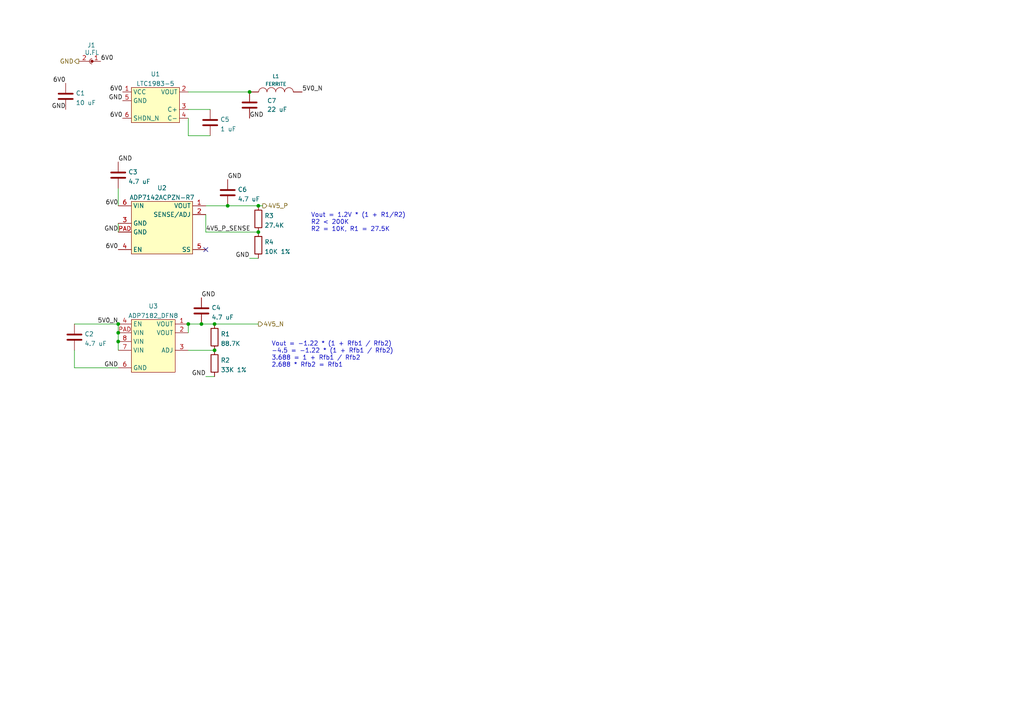
<source format=kicad_sch>
(kicad_sch (version 20211123) (generator eeschema)
  (paper "A4")
  (lib_symbols
    (symbol "device:C" (pin_numbers hide) (pin_names (offset 0.254))
      (property "Reference" "C" (at 0.635 2.54 0))
      (property "Value" "C" (at 0.635 -2.54 0))
      (symbol "C_0_1"
        (polyline (pts (xy -2.032 -0.762) (xy 2.032 -0.762)) (stroke (width 0.508)))
        (polyline (pts (xy -2.032 0.762) (xy 2.032 0.762)) (stroke (width 0.508)))
      )
      (symbol "C_1_1"
        (pin passive line (at 0 3.81 270) (length 2.794) (name "~") (number "1"))
        (pin passive line (at 0 -3.81 90) (length 2.794) (name "~") (number "2"))
      )
    )
    (symbol "device:R" (pin_numbers hide) (pin_names (offset 0))
      (property "Reference" "R" (at 2.032 0 90))
      (property "Value" "R" (at 0 0 90))
      (symbol "R_0_1"
        (rectangle (start -1.016 -2.54) (end 1.016 2.54) (stroke (width 0.254)))
      )
      (symbol "R_1_1"
        (pin passive line (at 0 3.81 270) (length 1.27) (name "~") (number "1"))
        (pin passive line (at 0 -3.81 90) (length 1.27) (name "~") (number "2"))
      )
    )
    (symbol "passive-azonenberg:INDUCTOR_PWROUT" (pin_numbers hide) (pin_names (offset 1.016) hide)
      (property "Reference" "L" (at -1.27 0 90))
      (property "Value" "INDUCTOR_PWROUT" (at 2.54 0 90))
      (symbol "INDUCTOR_PWROUT_0_1"
        (arc (start 0.0254 -5.0546) (mid 1.245 -3.7973) (end 0.0254 -2.54))
        (arc (start 0.0254 -2.5146) (mid 1.2704 -1.2319) (end 0.0254 0.0508))
        (arc (start 0.0254 0.0254) (mid 1.2704 1.3081) (end 0.0254 2.5908))
        (arc (start 0.0254 2.5654) (mid 1.1942 3.7719) (end 0.0254 4.9784))
      )
      (symbol "INDUCTOR_PWROUT_1_1"
        (pin power_out line (at 0 7.62 270) (length 2.54) (name "1") (number "1"))
        (pin passive line (at 0 -7.62 90) (length 2.54) (name "2") (number "2"))
      )
    )
    (symbol "power-azonenberg:ADP7142_DFN6"
      (property "Reference" "U" (at 0 -5.08 0))
      (property "Value" "ADP7142_DFN6" (at 0 -2.54 0))
      (symbol "ADP7142_DFN6_0_1"
        (rectangle (start 0 15.24) (end 17.78 0) (stroke (width 0.1524)) (fill (type background)))
      )
      (symbol "ADP7142_DFN6_1_1"
        (pin power_out line (at 21.59 13.97 180) (length 3.81) (name "VOUT") (number "1"))
        (pin input line (at 21.59 11.43 180) (length 3.81) (name "SENSE/ADJ") (number "2"))
        (pin power_in line (at -3.81 8.89 0) (length 3.81) (name "GND") (number "3"))
        (pin input line (at -3.81 1.27 0) (length 3.81) (name "EN") (number "4"))
        (pin passive line (at 21.59 1.27 180) (length 3.81) (name "SS") (number "5"))
        (pin power_in line (at -3.81 13.97 0) (length 3.81) (name "VIN") (number "6"))
        (pin power_in line (at -3.81 6.35 0) (length 3.81) (name "GND") (number "PAD"))
      )
    )
    (symbol "power-azonenberg:ADP7182_DFN8"
      (property "Reference" "U" (at 0 -1.27 0))
      (property "Value" "ADP7182_DFN8" (at 0 -3.81 0))
      (symbol "ADP7182_DFN8_0_1"
        (rectangle (start 0 15.24) (end 12.7 0) (stroke (width 0.1524)) (fill (type background)))
      )
      (symbol "ADP7182_DFN8_1_1"
        (pin power_out line (at 16.51 13.97 180) (length 3.81) (name "VOUT") (number "1"))
        (pin power_in line (at 16.51 11.43 180) (length 3.81) (name "VOUT") (number "2"))
        (pin input line (at 16.51 6.35 180) (length 3.81) (name "ADJ") (number "3"))
        (pin input line (at -3.81 13.97 0) (length 3.81) (name "EN") (number "4"))
        (pin power_in line (at -3.81 1.27 0) (length 3.81) (name "GND") (number "6"))
        (pin power_in line (at -3.81 6.35 0) (length 3.81) (name "VIN") (number "7"))
        (pin power_in line (at -3.81 8.89 0) (length 3.81) (name "VIN") (number "8"))
        (pin power_in line (at -3.81 11.43 0) (length 3.81) (name "VIN") (number "PAD"))
      )
    )
    (symbol "power-azonenberg:CONN_COAXIAL_PWROUT"
      (property "Reference" "J" (at 0 -2.54 0))
      (property "Value" "CONN_COAXIAL_PWROUT" (at 0 -6.35 0))
      (symbol "CONN_COAXIAL_PWROUT_0_1"
        (circle (center 0 0) (radius 0.3592) (stroke (width 0.1524)) (fill (type outline)))
        (arc (start 0 0.762) (mid -0.7075 0) (end 0 -0.762) (stroke (width 0.1524)))
      )
      (symbol "CONN_COAXIAL_PWROUT_1_1"
        (pin power_out line (at 2.54 0 180) (length 2.54) (name "") (number "1"))
        (pin power_out line (at -3.81 0 0) (length 3.175) (name "") (number "2"))
      )
    )
    (symbol "power-azonenberg:LTC1983"
      (property "Reference" "U" (at 0 -2.54 0))
      (property "Value" "LTC1983" (at 0 -5.08 0))
      (symbol "LTC1983_0_1"
        (rectangle (start 0 10.16) (end 13.97 0) (stroke (width 0.1524)) (fill (type background)))
      )
      (symbol "LTC1983_1_1"
        (pin power_in line (at -2.54 8.89 0) (length 2.54) (name "VCC") (number "1"))
        (pin power_out line (at 16.51 8.89 180) (length 2.54) (name "VOUT") (number "2"))
        (pin power_out line (at 16.51 3.81 180) (length 2.54) (name "C+") (number "3"))
        (pin power_out line (at 16.51 1.27 180) (length 2.54) (name "C-") (number "4"))
        (pin power_in line (at -2.54 6.35 0) (length 2.54) (name "GND") (number "5"))
        (pin input line (at -2.54 1.27 0) (length 2.54) (name "SHDN_N") (number "6"))
      )
    )
  )
  (junction (at 72.39 26.67))
  (junction (at 34.29 99.06))
  (junction (at 74.93 59.69))
  (junction (at 58.42 93.98))
  (junction (at 74.93 67.31))
  (junction (at 62.23 101.6))
  (junction (at 54.61 93.98))
  (junction (at 66.04 59.69))
  (junction (at 62.23 93.98))
  (junction (at 34.29 93.98))
  (junction (at 34.29 96.52))
  (no_connect (at 59.69 72.39))
  (wire (pts (xy 21.59 101.6) (xy 21.59 106.68)))
  (wire (pts (xy 54.61 34.29) (xy 54.61 39.37)))
  (wire (pts (xy 62.23 93.98) (xy 58.42 93.98)))
  (wire (pts (xy 59.69 67.31) (xy 74.93 67.31)))
  (wire (pts (xy 58.42 93.98) (xy 54.61 93.98)))
  (wire (pts (xy 74.93 59.69) (xy 76.2 59.69)))
  (wire (pts (xy 54.61 39.37) (xy 60.96 39.37)))
  (wire (pts (xy 72.39 74.93) (xy 74.93 74.93)))
  (wire (pts (xy 34.29 96.52) (xy 34.29 99.06)))
  (wire (pts (xy 54.61 31.75) (xy 60.96 31.75)))
  (wire (pts (xy 34.29 99.06) (xy 34.29 101.6)))
  (wire (pts (xy 34.29 93.98) (xy 34.29 96.52)))
  (wire (pts (xy 59.69 59.69) (xy 66.04 59.69)))
  (wire (pts (xy 34.29 64.77) (xy 34.29 67.31)))
  (wire (pts (xy 21.59 93.98) (xy 34.29 93.98)))
  (wire (pts (xy 59.69 109.22) (xy 62.23 109.22)))
  (wire (pts (xy 59.69 62.23) (xy 59.69 67.31)))
  (wire (pts (xy 66.04 59.69) (xy 74.93 59.69)))
  (wire (pts (xy 54.61 101.6) (xy 62.23 101.6)))
  (wire (pts (xy 21.59 106.68) (xy 34.29 106.68)))
  (wire (pts (xy 54.61 26.67) (xy 72.39 26.67)))
  (wire (pts (xy 54.61 93.98) (xy 54.61 96.52)))
  (wire (pts (xy 74.93 93.98) (xy 62.23 93.98)))
  (wire (pts (xy 34.29 54.61) (xy 34.29 59.69)))
  (text "Vout = 1.2V * (1 + R1/R2)\nR2 < 200K\nR2 = 10K, R1 = 27.5K" (at 90.17 67.31 0) (effects (font (size 1.27 1.27)) (justify left bottom)))
  (text "Vout = -1.22 * (1 + Rfb1 / Rfb2)\n-4.5 = -1.22 * (1 + Rfb1 / Rfb2)\n3.688 = 1 + Rfb1 / Rfb2\n2.688 * Rfb2 = Rfb1" (at 78.74 106.68 0) (effects (font (size 1.27 1.27)) (justify left bottom)))
  (label "GND" (at 72.39 74.93 180))
  (label "6V0" (at 35.56 26.67 180))
  (label "GND" (at 35.56 29.21 180))
  (label "GND" (at 59.69 109.22 180))
  (label "GND" (at 34.29 46.99 0))
  (label "6V0" (at 19.05 24.13 180))
  (label "5V0_N" (at 34.29 93.98 180))
  (label "GND" (at 34.29 67.31 180))
  (label "GND" (at 19.05 31.75 180))
  (label "GND" (at 58.42 86.36 0))
  (label "5V0_N" (at 87.63 26.67 0))
  (label "4V5_P_SENSE" (at 59.69 67.31 0))
  (label "6V0" (at 29.21 17.78 0))
  (label "GND" (at 72.39 34.29 0))
  (label "6V0" (at 35.56 34.29 180))
  (label "6V0" (at 34.29 72.39 180))
  (label "GND" (at 66.04 52.07 0))
  (label "6V0" (at 34.29 59.69 180))
  (label "GND" (at 34.29 106.68 180))
  (hierarchical_label "4V5_N" (shape output) (at 74.93 93.98 0))
  (hierarchical_label "4V5_P" (shape output) (at 76.2 59.69 0))
  (hierarchical_label "GND" (shape output) (at 22.86 17.78 180))
  (symbol (lib_id "power-azonenberg:CONN_COAXIAL_PWROUT") (at 26.67 17.78 0) (unit 1)
    (property "Reference" "J1" (at 26.4958 13.1023 0))
    (property "Value" "U.FL" (at 26.67 15.24 0))
    (property "Footprint" "azonenberg_pcb:CONN_U.FL_TE_1909763-1" (effects hide))
  )
  (symbol (lib_id "device:R") (at 74.93 71.12 0) (unit 1)
    (property "Reference" "R4" (at 76.708 70.2115 0) (effects (justify left)))
    (property "Value" "10K 1%" (at 76.708 72.9866 0) (effects (justify left)))
    (property "Footprint" "azonenberg_pcb:EIA_0402_RES_NOSILK" (effects hide))
  )
  (symbol (lib_id "power-azonenberg:LTC1983") (at 38.1 35.56 0) (unit 1)
    (property "Reference" "U1" (at 45.085 21.4843 0))
    (property "Value" "LTC1983-5" (at 45.085 24.2594 0))
    (property "Footprint" "azonenberg_pcb:SOT23_6" (effects hide))
  )
  (symbol (lib_id "power-azonenberg:ADP7142_DFN6") (at 38.1 73.66 0) (unit 1)
    (property "Reference" "U2" (at 46.99 54.5043 0))
    (property "Value" "ADP7142ACPZN-R7" (at 46.99 57.2794 0))
    (property "Footprint" "azonenberg_pcb:DFN_6_0.65MM_2x2MM" (effects hide))
  )
  (symbol (lib_id "power-azonenberg:ADP7182_DFN8") (at 38.1 107.95 0) (unit 1)
    (property "Reference" "U3" (at 44.45 88.7943 0))
    (property "Value" "ADP7182_DFN8" (at 44.45 91.5694 0))
    (property "Footprint" "azonenberg_pcb:DFN_8_0.5MM_3x3MM" (effects hide))
  )
  (symbol (lib_id "device:C") (at 60.96 35.56 0) (unit 1)
    (property "Reference" "C5" (at 63.881 34.6515 0) (effects (justify left)))
    (property "Value" "1 uF" (at 63.881 37.4266 0) (effects (justify left)))
    (property "Footprint" "azonenberg_pcb:EIA_0603_CAP_NOSILK" (effects hide))
  )
  (symbol (lib_id "device:R") (at 62.23 105.41 0) (unit 1)
    (property "Reference" "R2" (at 64.008 104.5015 0) (effects (justify left)))
    (property "Value" "33K 1%" (at 64.008 107.2766 0) (effects (justify left)))
    (property "Footprint" "azonenberg_pcb:EIA_0402_RES_NOSILK" (effects hide))
  )
  (symbol (lib_id "device:C") (at 21.59 97.79 0) (unit 1)
    (property "Reference" "C2" (at 24.511 96.8815 0) (effects (justify left)))
    (property "Value" "4.7 uF" (at 24.511 99.6566 0) (effects (justify left)))
    (property "Footprint" "azonenberg_pcb:EIA_0603_CAP_NOSILK" (effects hide))
  )
  (symbol (lib_id "device:R") (at 74.93 63.5 0) (unit 1)
    (property "Reference" "R3" (at 76.708 62.5915 0) (effects (justify left)))
    (property "Value" "27.4K" (at 76.708 65.3666 0) (effects (justify left)))
    (property "Footprint" "azonenberg_pcb:EIA_0402_RES_NOSILK" (effects hide))
  )
  (symbol (lib_id "device:C") (at 66.04 55.88 0) (unit 1)
    (property "Reference" "C6" (at 68.961 54.9715 0) (effects (justify left)))
    (property "Value" "4.7 uF" (at 68.961 57.7466 0) (effects (justify left)))
    (property "Footprint" "azonenberg_pcb:EIA_0603_CAP_NOSILK" (effects hide))
  )
  (symbol (lib_id "device:R") (at 62.23 97.79 0) (unit 1)
    (property "Reference" "R1" (at 64.008 96.8815 0) (effects (justify left)))
    (property "Value" "88.7K" (at 64.008 99.6566 0) (effects (justify left)))
    (property "Footprint" "azonenberg_pcb:EIA_0402_RES_NOSILK" (effects hide))
  )
  (symbol (lib_id "passive-azonenberg:INDUCTOR_PWROUT") (at 80.01 26.67 90) (unit 1)
    (property "Reference" "L1" (at 80.01 22.1248 90) (effects (font (size 1.016 1.016))))
    (property "Value" "FERRITE" (at 80.01 24.3956 90) (effects (font (size 1.016 1.016))))
    (property "Footprint" "azonenberg_pcb:EIA_0402_CAP_NOSILK" (effects hide))
  )
  (symbol (lib_id "device:C") (at 19.05 27.94 0) (unit 1)
    (property "Reference" "C1" (at 21.971 27.0315 0) (effects (justify left)))
    (property "Value" "10 uF" (at 21.971 29.8066 0) (effects (justify left)))
    (property "Footprint" "azonenberg_pcb:EIA_0805_CAP_NOSILK" (effects hide))
  )
  (symbol (lib_id "device:C") (at 58.42 90.17 0) (unit 1)
    (property "Reference" "C4" (at 61.341 89.2615 0) (effects (justify left)))
    (property "Value" "4.7 uF" (at 61.341 92.0366 0) (effects (justify left)))
    (property "Footprint" "azonenberg_pcb:EIA_0603_CAP_NOSILK" (effects hide))
  )
  (symbol (lib_id "device:C") (at 34.29 50.8 0) (unit 1)
    (property "Reference" "C3" (at 37.211 49.8915 0) (effects (justify left)))
    (property "Value" "4.7 uF" (at 37.211 52.6666 0) (effects (justify left)))
    (property "Footprint" "azonenberg_pcb:EIA_0603_CAP_NOSILK" (effects hide))
  )
  (symbol (lib_id "device:C") (at 72.39 30.48 0) (unit 1)
    (property "Reference" "C7" (at 77.47 29.21 0) (effects (justify left)))
    (property "Value" "22 uF" (at 77.47 31.75 0) (effects (justify left)))
    (property "Footprint" "azonenberg_pcb:EIA_1210_CAP_NOSILK" (effects hide))
  )
)
</source>
